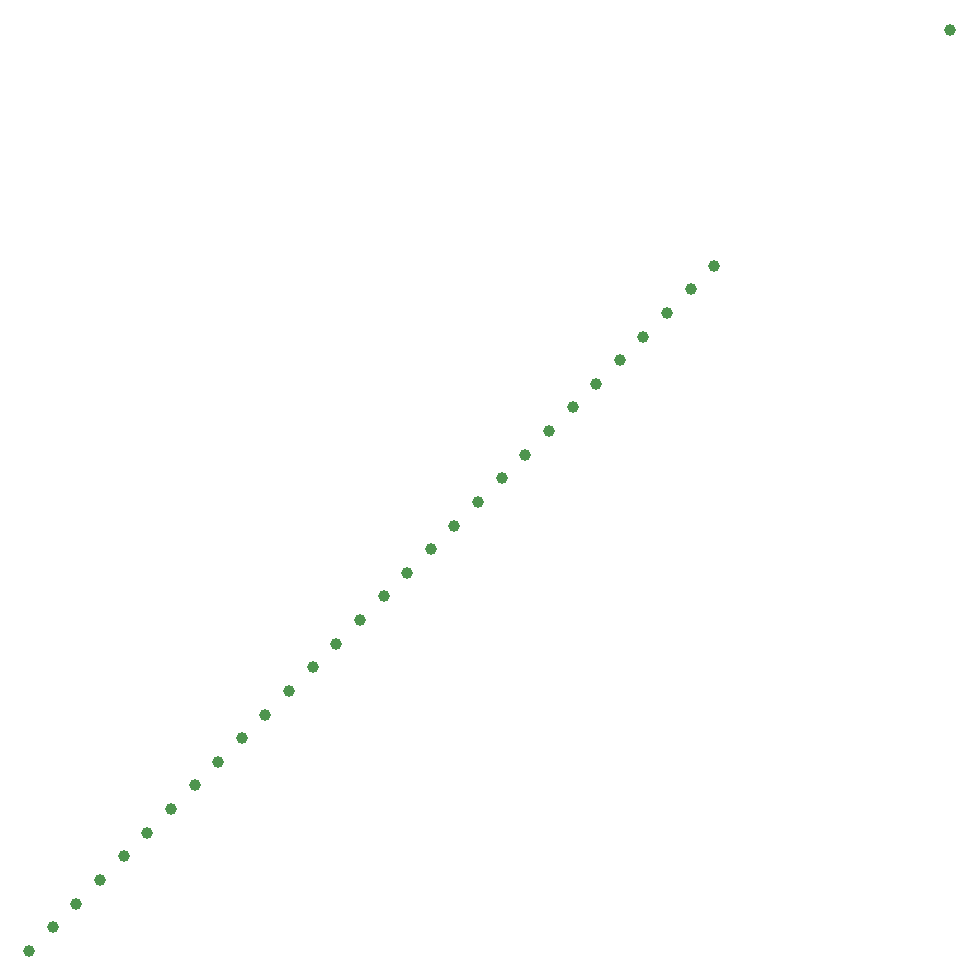
<source format=gbr>
G04 Examples for testing time performance of Gerber parsers*
%FSLAX26Y26*%
%MOMM*%
%ADD10C,1*%
%LPD*%
D10*
X0Y0D03*
X78000000Y78000000D03*
X2000000Y2000000D03*
X4000000Y4000000D03*
X6000000Y6000000D03*
X8000000Y8000000D03*
X10000000Y10000000D03*
X12000000Y12000000D03*
X14000000Y14000000D03*
X16000000Y16000000D03*
X18000000Y18000000D03*
X20000000Y20000000D03*
X22000000Y22000000D03*
X24000000Y24000000D03*
X26000000Y26000000D03*
X28000000Y28000000D03*
X30000000Y30000000D03*
X32000000Y32000000D03*
X34000000Y34000000D03*
X36000000Y36000000D03*
X38000000Y38000000D03*
X40000000Y40000000D03*
X42000000Y42000000D03*
X44000000Y44000000D03*
X46000000Y46000000D03*
X48000000Y48000000D03*
X50000000Y50000000D03*
X52000000Y52000000D03*
X54000000Y54000000D03*
X56000000Y56000000D03*
X58000000Y58000000D03*
M02*

</source>
